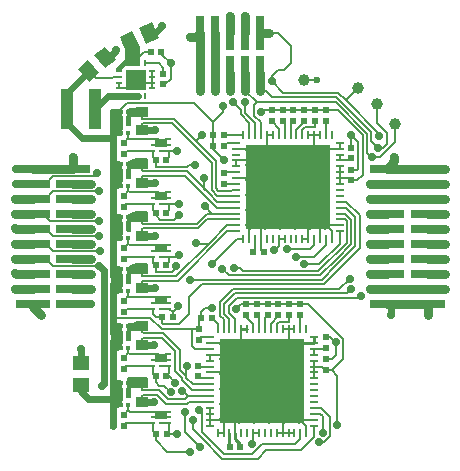
<source format=gtl>
G04 #@! TF.GenerationSoftware,KiCad,Pcbnew,no-vcs-found-d3b382c~59~ubuntu16.04.1*
G04 #@! TF.CreationDate,2017-07-27T00:58:42+01:00*
G04 #@! TF.ProjectId,DCDC-3V,444344432D33562E6B696361645F7063,1*
G04 #@! TF.SameCoordinates,Original
G04 #@! TF.FileFunction,Copper,L1,Top,Signal*
G04 #@! TF.FilePolarity,Positive*
%FSLAX46Y46*%
G04 Gerber Fmt 4.6, Leading zero omitted, Abs format (unit mm)*
G04 Created by KiCad (PCBNEW no-vcs-found-d3b382c~59~ubuntu16.04.1) date Thu Jul 27 00:58:42 2017*
%MOMM*%
%LPD*%
G01*
G04 APERTURE LIST*
%ADD10R,7.150000X7.150000*%
%ADD11C,0.800000*%
%ADD12R,0.250000X0.700000*%
%ADD13R,0.700000X0.250000*%
%ADD14R,0.300000X0.250000*%
%ADD15R,0.620000X0.200000*%
%ADD16R,1.100000X0.670000*%
%ADD17R,0.980000X3.400000*%
%ADD18R,0.740000X2.920000*%
%ADD19R,2.920000X0.740000*%
%ADD20R,0.620000X0.620000*%
%ADD21R,0.400000X0.850000*%
%ADD22R,0.400000X0.455000*%
%ADD23R,1.050000X1.100000*%
%ADD24R,1.000000X0.950000*%
%ADD25C,1.150000*%
%ADD26C,0.100000*%
%ADD27R,0.250000X0.600000*%
%ADD28R,0.600000X0.250000*%
%ADD29C,0.300000*%
%ADD30R,1.700000X1.700000*%
%ADD31R,1.450000X1.150000*%
%ADD32C,1.000000*%
%ADD33C,0.700000*%
%ADD34C,0.600000*%
%ADD35C,0.600000*%
%ADD36C,0.200000*%
%ADD37C,0.250000*%
%ADD38C,0.740000*%
%ADD39C,0.400000*%
G04 APERTURE END LIST*
D10*
X102680000Y-112295000D03*
D11*
X99505000Y-109120000D03*
X99505000Y-110390000D03*
X99505000Y-111660000D03*
X99505000Y-112930000D03*
X99505000Y-114200000D03*
X99505000Y-115470000D03*
X100775000Y-109120000D03*
X100775000Y-110390000D03*
X100775000Y-111660000D03*
X100775000Y-112930000D03*
X100775000Y-114200000D03*
X100775000Y-115470000D03*
X102045000Y-109120000D03*
X102045000Y-110390000D03*
X102045000Y-111660000D03*
X102045000Y-112930000D03*
X102045000Y-114200000D03*
X102045000Y-115470000D03*
X103315000Y-109120000D03*
X103315000Y-110390000D03*
X103315000Y-111660000D03*
X103315000Y-112930000D03*
X103315000Y-114200000D03*
X103315000Y-115470000D03*
X104585000Y-109120000D03*
X104585000Y-110390000D03*
X104585000Y-111660000D03*
X104585000Y-112930000D03*
X104585000Y-114200000D03*
X104585000Y-115470000D03*
X105855000Y-109120000D03*
X105855000Y-110390000D03*
X105855000Y-111660000D03*
X105855000Y-112930000D03*
X105855000Y-114200000D03*
X105855000Y-115470000D03*
D12*
X106430000Y-116695000D03*
X105930000Y-116695000D03*
X105430000Y-116695000D03*
X104930000Y-116695000D03*
X104430000Y-116695000D03*
X103930000Y-116695000D03*
X103430000Y-116695000D03*
X102930000Y-116695000D03*
X102430000Y-116695000D03*
X101930000Y-116695000D03*
X101430000Y-116695000D03*
X100930000Y-116695000D03*
X100430000Y-116695000D03*
X99930000Y-116695000D03*
X99430000Y-116695000D03*
X98930000Y-116695000D03*
D13*
X98280000Y-116045000D03*
X98280000Y-115545000D03*
X98280000Y-115045000D03*
X98280000Y-114545000D03*
X98280000Y-114045000D03*
X98280000Y-113545000D03*
X98280000Y-113045000D03*
X98280000Y-112545000D03*
X98280000Y-112045000D03*
X98280000Y-111545000D03*
X98280000Y-111045000D03*
X98280000Y-110545000D03*
X98280000Y-110045000D03*
X98280000Y-109545000D03*
X98280000Y-109045000D03*
X98280000Y-108545000D03*
D12*
X98930000Y-107895000D03*
X99430000Y-107895000D03*
X99930000Y-107895000D03*
X100430000Y-107895000D03*
X100930000Y-107895000D03*
X101430000Y-107895000D03*
X101930000Y-107895000D03*
X102430000Y-107895000D03*
X102930000Y-107895000D03*
X103430000Y-107895000D03*
X103930000Y-107895000D03*
X104430000Y-107895000D03*
X104930000Y-107895000D03*
X105430000Y-107895000D03*
X105930000Y-107895000D03*
X106430000Y-107895000D03*
D13*
X107080000Y-108545000D03*
X107080000Y-109045000D03*
X107080000Y-109545000D03*
X107080000Y-110045000D03*
X107080000Y-110545000D03*
X107080000Y-111045000D03*
X107080000Y-111545000D03*
X107080000Y-112045000D03*
X107080000Y-112545000D03*
X107080000Y-113045000D03*
X107080000Y-113545000D03*
X107080000Y-114045000D03*
X107080000Y-114545000D03*
X107080000Y-115045000D03*
X107080000Y-115545000D03*
X107080000Y-116045000D03*
D10*
X104850000Y-95840000D03*
D11*
X101675000Y-92665000D03*
X101675000Y-93935000D03*
X101675000Y-95205000D03*
X101675000Y-96475000D03*
X101675000Y-97745000D03*
X101675000Y-99015000D03*
X102945000Y-92665000D03*
X102945000Y-93935000D03*
X102945000Y-95205000D03*
X102945000Y-96475000D03*
X102945000Y-97745000D03*
X102945000Y-99015000D03*
X104215000Y-92665000D03*
X104215000Y-93935000D03*
X104215000Y-95205000D03*
X104215000Y-96475000D03*
X104215000Y-97745000D03*
X104215000Y-99015000D03*
X105485000Y-92665000D03*
X105485000Y-93935000D03*
X105485000Y-95205000D03*
X105485000Y-96475000D03*
X105485000Y-97745000D03*
X105485000Y-99015000D03*
X106755000Y-92665000D03*
X106755000Y-93935000D03*
X106755000Y-95205000D03*
X106755000Y-96475000D03*
X106755000Y-97745000D03*
X106755000Y-99015000D03*
X108025000Y-92665000D03*
X108025000Y-93935000D03*
X108025000Y-95205000D03*
X108025000Y-96475000D03*
X108025000Y-97745000D03*
X108025000Y-99015000D03*
D12*
X108600000Y-100240000D03*
X108100000Y-100240000D03*
X107600000Y-100240000D03*
X107100000Y-100240000D03*
X106600000Y-100240000D03*
X106100000Y-100240000D03*
X105600000Y-100240000D03*
X105100000Y-100240000D03*
X104600000Y-100240000D03*
X104100000Y-100240000D03*
X103600000Y-100240000D03*
X103100000Y-100240000D03*
X102600000Y-100240000D03*
X102100000Y-100240000D03*
X101600000Y-100240000D03*
X101100000Y-100240000D03*
D13*
X100450000Y-99590000D03*
X100450000Y-99090000D03*
X100450000Y-98590000D03*
X100450000Y-98090000D03*
X100450000Y-97590000D03*
X100450000Y-97090000D03*
X100450000Y-96590000D03*
X100450000Y-96090000D03*
X100450000Y-95590000D03*
X100450000Y-95090000D03*
X100450000Y-94590000D03*
X100450000Y-94090000D03*
X100450000Y-93590000D03*
X100450000Y-93090000D03*
X100450000Y-92590000D03*
X100450000Y-92090000D03*
D12*
X101100000Y-91440000D03*
X101600000Y-91440000D03*
X102100000Y-91440000D03*
X102600000Y-91440000D03*
X103100000Y-91440000D03*
X103600000Y-91440000D03*
X104100000Y-91440000D03*
X104600000Y-91440000D03*
X105100000Y-91440000D03*
X105600000Y-91440000D03*
X106100000Y-91440000D03*
X106600000Y-91440000D03*
X107100000Y-91440000D03*
X107600000Y-91440000D03*
X108100000Y-91440000D03*
X108600000Y-91440000D03*
D13*
X109250000Y-92090000D03*
X109250000Y-92590000D03*
X109250000Y-93090000D03*
X109250000Y-93590000D03*
X109250000Y-94090000D03*
X109250000Y-94590000D03*
X109250000Y-95090000D03*
X109250000Y-95590000D03*
X109250000Y-96090000D03*
X109250000Y-96590000D03*
X109250000Y-97090000D03*
X109250000Y-97590000D03*
X109250000Y-98090000D03*
X109250000Y-98590000D03*
X109250000Y-99090000D03*
X109250000Y-99590000D03*
D14*
X94850000Y-105150000D03*
X94850000Y-105650000D03*
X94850000Y-106150000D03*
D15*
X94210000Y-106150000D03*
D16*
X94150000Y-105440000D03*
D14*
X93450000Y-105150000D03*
X93450000Y-105650000D03*
X93450000Y-106150000D03*
X94850000Y-91800000D03*
X94850000Y-92300000D03*
X94850000Y-92800000D03*
D15*
X94210000Y-92800000D03*
D16*
X94150000Y-92090000D03*
D14*
X93450000Y-91800000D03*
X93450000Y-92300000D03*
X93450000Y-92800000D03*
D17*
X86190000Y-89250000D03*
X88560000Y-89250000D03*
D18*
X97460000Y-86215000D03*
X97460000Y-82785000D03*
X98730000Y-86215000D03*
X98730000Y-82785000D03*
X100000000Y-86215000D03*
X100000000Y-82785000D03*
X101270000Y-86215000D03*
X101270000Y-82785000D03*
X102540000Y-86215000D03*
X102540000Y-82785000D03*
D19*
X113285000Y-94285000D03*
X116715000Y-94285000D03*
X113285000Y-95555000D03*
X116715000Y-95555000D03*
X113285000Y-96825000D03*
X116715000Y-96825000D03*
X113285000Y-98095000D03*
X116715000Y-98095000D03*
X113285000Y-99365000D03*
X116715000Y-99365000D03*
X113285000Y-100635000D03*
X116715000Y-100635000D03*
X113285000Y-101905000D03*
X116715000Y-101905000D03*
X113285000Y-103175000D03*
X116715000Y-103175000D03*
X113285000Y-104445000D03*
X116715000Y-104445000D03*
X113285000Y-105715000D03*
X116715000Y-105715000D03*
X83285000Y-94285000D03*
X86715000Y-94285000D03*
X83285000Y-95555000D03*
X86715000Y-95555000D03*
X83285000Y-96825000D03*
X86715000Y-96825000D03*
X83285000Y-98095000D03*
X86715000Y-98095000D03*
X83285000Y-99365000D03*
X86715000Y-99365000D03*
X83285000Y-100635000D03*
X86715000Y-100635000D03*
X83285000Y-101905000D03*
X86715000Y-101905000D03*
X83285000Y-103175000D03*
X86715000Y-103175000D03*
X83285000Y-104445000D03*
X86715000Y-104445000D03*
X83285000Y-105715000D03*
X86715000Y-105715000D03*
D20*
X108075000Y-111325000D03*
X108075000Y-110425000D03*
X99950000Y-117850000D03*
X100850000Y-117850000D03*
X108075000Y-108550000D03*
X108075000Y-109450000D03*
X97225000Y-111875000D03*
X97225000Y-110975000D03*
X102225000Y-106675000D03*
X102225000Y-105775000D03*
X97325000Y-108775000D03*
X97325000Y-107875000D03*
X104075000Y-105775000D03*
X104075000Y-106675000D03*
X97525000Y-106925000D03*
X98425000Y-106925000D03*
X105000000Y-105775000D03*
X105000000Y-106675000D03*
X103150000Y-105775000D03*
X103150000Y-106675000D03*
X101300000Y-105775000D03*
X101300000Y-106675000D03*
X90975000Y-93050000D03*
X90075000Y-93050000D03*
X90975000Y-97500000D03*
X90075000Y-97500000D03*
X90975000Y-101950000D03*
X90075000Y-101950000D03*
X90975000Y-106400000D03*
X90075000Y-106400000D03*
X90075000Y-92125000D03*
X90975000Y-92125000D03*
X90075000Y-96575000D03*
X90975000Y-96575000D03*
X90075000Y-101025000D03*
X90975000Y-101025000D03*
X90075000Y-105475000D03*
X90975000Y-105475000D03*
D21*
X91375000Y-90279000D03*
D22*
X91375000Y-89452500D03*
X91375000Y-91297500D03*
X90725000Y-89452500D03*
X90075000Y-89452500D03*
X90075000Y-91297500D03*
D23*
X90400000Y-90375000D03*
D22*
X90725000Y-91297500D03*
D24*
X92525000Y-89450000D03*
X92525000Y-91050000D03*
X92525000Y-93900000D03*
X92525000Y-95500000D03*
X92525000Y-99950000D03*
X92525000Y-98350000D03*
X92525000Y-104400000D03*
X92525000Y-102800000D03*
D21*
X91375000Y-94725000D03*
D22*
X91375000Y-93898500D03*
X91375000Y-95743500D03*
X90725000Y-93898500D03*
X90075000Y-93898500D03*
X90075000Y-95743500D03*
D23*
X90400000Y-94821000D03*
D22*
X90725000Y-95743500D03*
X90725000Y-100193500D03*
D23*
X90400000Y-99271000D03*
D22*
X90075000Y-100193500D03*
X90075000Y-98348500D03*
X90725000Y-98348500D03*
X91375000Y-100193500D03*
X91375000Y-98348500D03*
D21*
X91375000Y-99175000D03*
X91375000Y-103629000D03*
D22*
X91375000Y-102802500D03*
X91375000Y-104647500D03*
X90725000Y-102802500D03*
X90075000Y-102802500D03*
X90075000Y-104647500D03*
D23*
X90400000Y-103725000D03*
D22*
X90725000Y-104647500D03*
D25*
X91484323Y-83555356D03*
D26*
G36*
X91269594Y-84455435D02*
X90656798Y-83141288D01*
X91699052Y-82655277D01*
X92311848Y-83969424D01*
X91269594Y-84455435D01*
X91269594Y-84455435D01*
G37*
D25*
X93115677Y-82794644D03*
D26*
G36*
X92900948Y-83694723D02*
X92288152Y-82380576D01*
X93330406Y-81894565D01*
X93943202Y-83208712D01*
X92900948Y-83694723D01*
X92900948Y-83694723D01*
G37*
D20*
X94150000Y-84400000D03*
X93250000Y-84400000D03*
X94320000Y-86250000D03*
X94320000Y-87150000D03*
D25*
X89389440Y-84881491D03*
D26*
G36*
X89414985Y-85806476D02*
X88482943Y-84695712D01*
X89363895Y-83956506D01*
X90295937Y-85067270D01*
X89414985Y-85806476D01*
X89414985Y-85806476D01*
G37*
D25*
X88010560Y-86038509D03*
D26*
G36*
X88036105Y-86963494D02*
X87104063Y-85852730D01*
X87985015Y-85113524D01*
X88917057Y-86224288D01*
X88036105Y-86963494D01*
X88036105Y-86963494D01*
G37*
D20*
X102825000Y-101375000D03*
X101925000Y-101375000D03*
X110250000Y-92500000D03*
X110250000Y-93400000D03*
D27*
X91249999Y-88149999D03*
X91750000Y-88149999D03*
X92250000Y-88149999D03*
X92750001Y-88149999D03*
D28*
X93400000Y-87500000D03*
X93400000Y-86999999D03*
X93400000Y-86499999D03*
X93400000Y-85999998D03*
D27*
X92750001Y-85349999D03*
X92250000Y-85349999D03*
X91750000Y-85349999D03*
X91249999Y-85349999D03*
D28*
X90600000Y-85999998D03*
X90600000Y-86499999D03*
X90600000Y-86999999D03*
X90600000Y-87500000D03*
D29*
X91400000Y-87349999D03*
X92600000Y-87349999D03*
X91400000Y-86149999D03*
X92600000Y-86149999D03*
D30*
X92000000Y-86749999D03*
D20*
X105925000Y-105775000D03*
X105925000Y-106675000D03*
X110250000Y-94375000D03*
X110250000Y-95275000D03*
X99450000Y-94650000D03*
X99450000Y-95550000D03*
D22*
X90725000Y-109470000D03*
D23*
X90400000Y-108547500D03*
D22*
X90075000Y-109470000D03*
X90075000Y-107625000D03*
X90725000Y-107625000D03*
X91375000Y-109470000D03*
X91375000Y-107625000D03*
D21*
X91375000Y-108451500D03*
D22*
X90725000Y-114297500D03*
D23*
X90400000Y-113375000D03*
D22*
X90075000Y-114297500D03*
X90075000Y-112452500D03*
X90725000Y-112452500D03*
X91375000Y-114297500D03*
X91375000Y-112452500D03*
D21*
X91375000Y-113279000D03*
D20*
X104425000Y-89325000D03*
X104425000Y-90225000D03*
X98550000Y-92350000D03*
X99450000Y-92350000D03*
X106275000Y-89325000D03*
X106275000Y-90225000D03*
X98550000Y-91425000D03*
X99450000Y-91425000D03*
X107200000Y-89325000D03*
X107200000Y-90225000D03*
X108125000Y-89325000D03*
X108125000Y-90225000D03*
X105350000Y-90225000D03*
X105350000Y-89325000D03*
X103500000Y-90225000D03*
X103500000Y-89325000D03*
X90075000Y-111225000D03*
X90975000Y-111225000D03*
X90075000Y-110300000D03*
X90975000Y-110300000D03*
D24*
X92525000Y-107625000D03*
X92525000Y-109225000D03*
D20*
X90975000Y-116050000D03*
X90075000Y-116050000D03*
X90975000Y-115125000D03*
X90075000Y-115125000D03*
D24*
X92525000Y-112450000D03*
X92525000Y-114050000D03*
D14*
X93450000Y-97285000D03*
X93450000Y-96785000D03*
X93450000Y-96285000D03*
D16*
X94150000Y-96575000D03*
D15*
X94210000Y-97285000D03*
D14*
X94850000Y-97285000D03*
X94850000Y-96785000D03*
X94850000Y-96285000D03*
X93450000Y-101725000D03*
X93450000Y-101225000D03*
X93450000Y-100725000D03*
D16*
X94150000Y-101015000D03*
D15*
X94210000Y-101725000D03*
D14*
X94850000Y-101725000D03*
X94850000Y-101225000D03*
X94850000Y-100725000D03*
X93450000Y-111000000D03*
X93450000Y-110500000D03*
X93450000Y-110000000D03*
D16*
X94150000Y-110290000D03*
D15*
X94210000Y-111000000D03*
D14*
X94850000Y-111000000D03*
X94850000Y-110500000D03*
X94850000Y-110000000D03*
X94850000Y-114850000D03*
X94850000Y-115350000D03*
X94850000Y-115850000D03*
D15*
X94210000Y-115850000D03*
D16*
X94150000Y-115140000D03*
D14*
X93450000Y-114850000D03*
X93450000Y-115350000D03*
X93450000Y-115850000D03*
D20*
X93675000Y-93550000D03*
X94575000Y-93550000D03*
X94575000Y-98025000D03*
X93675000Y-98025000D03*
X93675000Y-102475000D03*
X94575000Y-102475000D03*
X95125000Y-106875000D03*
X94225000Y-106875000D03*
X93675000Y-111875000D03*
X94575000Y-111875000D03*
X94600000Y-116775000D03*
X93700000Y-116775000D03*
D31*
X87350000Y-112575000D03*
X87350000Y-110775000D03*
D32*
X113950000Y-90475000D03*
X112425000Y-88825000D03*
X110825000Y-87425000D03*
X106250000Y-86775000D03*
D33*
X87350000Y-109575000D03*
D34*
X107300000Y-86750000D03*
D33*
X95300000Y-112400000D03*
X95450000Y-116775000D03*
X95600000Y-105950000D03*
X95675000Y-101575000D03*
X95650000Y-97250000D03*
X95500000Y-92800000D03*
X110250000Y-91475000D03*
X90310000Y-84280000D03*
X94970000Y-85370000D03*
X94210000Y-82220000D03*
X108925000Y-109000000D03*
X113900000Y-93300000D03*
X116700000Y-106700000D03*
X84000000Y-106700000D03*
X113640000Y-106660000D03*
X118180000Y-94290000D03*
X86700000Y-93300000D03*
X88180000Y-105720000D03*
X81820000Y-94290000D03*
X100000000Y-81320000D03*
X101270000Y-81320000D03*
X91800000Y-84610000D03*
X96575000Y-83150000D03*
X97450000Y-87700000D03*
X88180000Y-95550000D03*
X93625000Y-95525000D03*
X88925000Y-96200000D03*
X81800000Y-96850000D03*
X88180000Y-96830000D03*
X93625000Y-99975000D03*
X88925000Y-98725000D03*
X81800000Y-98100000D03*
X93625000Y-104400000D03*
X88925000Y-100000000D03*
X81800000Y-99350000D03*
X88165000Y-99365000D03*
X93550000Y-109225000D03*
X88959990Y-101265010D03*
X81800000Y-100650000D03*
X88185000Y-100635000D03*
X88175000Y-103175000D03*
X81800000Y-104450000D03*
X88200000Y-104450000D03*
X88180000Y-98100000D03*
X98730000Y-87680000D03*
X98475000Y-106050000D03*
X100475000Y-106175000D03*
X99500000Y-93550000D03*
X99375000Y-89000000D03*
X102625000Y-89500000D03*
X103725000Y-101200000D03*
X109075000Y-116000000D03*
X101800000Y-117625000D03*
X111820000Y-95550000D03*
X118180000Y-95560000D03*
X111820000Y-96830000D03*
X118180000Y-96830000D03*
X111820000Y-98090000D03*
X118180000Y-98090000D03*
X118180000Y-99360000D03*
X118180000Y-100630000D03*
X111820000Y-101900000D03*
X118180000Y-101900000D03*
X111820000Y-103180000D03*
X118180000Y-103180000D03*
X111820000Y-104440000D03*
X118180000Y-104440000D03*
X111820000Y-99360000D03*
X111820000Y-100640000D03*
X93650000Y-91050000D03*
X88700000Y-94675000D03*
X81820000Y-95560000D03*
X88200000Y-101900000D03*
X111025000Y-105075000D03*
X111975000Y-93325000D03*
X101270000Y-87690000D03*
X110250000Y-104500000D03*
X112475000Y-92500000D03*
X101250000Y-88650000D03*
X102540000Y-87690000D03*
X112625000Y-91525000D03*
X110100000Y-103625000D03*
X100250000Y-88650000D03*
X103525000Y-86900000D03*
X103300000Y-82800000D03*
X106250000Y-102350000D03*
X97600000Y-91475000D03*
X100300000Y-102700000D03*
X96975000Y-94000000D03*
X95650000Y-98200000D03*
X99325000Y-102750000D03*
X96600000Y-103680021D03*
X95425000Y-102500000D03*
X105525000Y-101725000D03*
X97800000Y-95100000D03*
X97825000Y-97450000D03*
X104825000Y-101100000D03*
X98450000Y-102350000D03*
X97100000Y-100550000D03*
X100000000Y-87680000D03*
X96850000Y-115575000D03*
X96375000Y-111025000D03*
X97450000Y-117850000D03*
X96175000Y-114875000D03*
X94955901Y-113209099D03*
X107825000Y-116650000D03*
X107475648Y-117455025D03*
X96550000Y-118250000D03*
X97325000Y-114725000D03*
X95950000Y-113100000D03*
X89125000Y-112700000D03*
X93575000Y-114075000D03*
X88925000Y-102550000D03*
X81800000Y-101900000D03*
X81800000Y-103150000D03*
D35*
X87350000Y-110775000D02*
X87350000Y-109575000D01*
D36*
X106250000Y-86775000D02*
X107275000Y-86775000D01*
X107275000Y-86775000D02*
X107300000Y-86750000D01*
X94575000Y-111875000D02*
X94775000Y-111875000D01*
X94775000Y-111875000D02*
X95300000Y-112400000D01*
X94850000Y-111000000D02*
X94850000Y-111600000D01*
X94850000Y-111600000D02*
X94575000Y-111875000D01*
X94210000Y-111000000D02*
X94850000Y-111000000D01*
X94600000Y-116775000D02*
X95450000Y-116775000D01*
X94850000Y-115850000D02*
X94850000Y-116525000D01*
X94850000Y-116525000D02*
X94600000Y-116775000D01*
X94210000Y-115850000D02*
X94850000Y-115850000D01*
X95125000Y-106425000D02*
X95600000Y-105950000D01*
X95125000Y-106875000D02*
X95125000Y-106425000D01*
X95125000Y-106425000D02*
X94850000Y-106150000D01*
X94210000Y-106150000D02*
X94850000Y-106150000D01*
X94850000Y-101725000D02*
X95525000Y-101725000D01*
X95525000Y-101725000D02*
X95675000Y-101575000D01*
X94850000Y-101725000D02*
X94850000Y-102200000D01*
X94850000Y-102200000D02*
X94575000Y-102475000D01*
X94850000Y-97285000D02*
X95615000Y-97285000D01*
X95615000Y-97285000D02*
X95650000Y-97250000D01*
X94210000Y-101725000D02*
X94850000Y-101725000D01*
X94850000Y-97285000D02*
X94850000Y-97750000D01*
X94850000Y-97750000D02*
X94575000Y-98025000D01*
X94850000Y-92800000D02*
X94850000Y-93275000D01*
X94850000Y-93275000D02*
X94575000Y-93550000D01*
X94210000Y-97285000D02*
X94850000Y-97285000D01*
X94850000Y-92800000D02*
X95500000Y-92800000D01*
X94210000Y-92800000D02*
X94850000Y-92800000D01*
X110820001Y-94314999D02*
X110820001Y-92045001D01*
X110250000Y-91475000D02*
X110820001Y-92045001D01*
X110250000Y-92500000D02*
X110250000Y-91475000D01*
D35*
X89389440Y-84881491D02*
X89708509Y-84881491D01*
X89708509Y-84881491D02*
X90310000Y-84280000D01*
D36*
X94320000Y-87150000D02*
X94508002Y-87150000D01*
X94508002Y-87150000D02*
X94970000Y-86688002D01*
X94970000Y-86688002D02*
X94970000Y-85370000D01*
X94150000Y-84400000D02*
X94150000Y-84550000D01*
X94150000Y-84550000D02*
X94970000Y-85370000D01*
X93400000Y-86999999D02*
X92250000Y-86999999D01*
X92250000Y-86999999D02*
X92000000Y-86749999D01*
X93400000Y-86999999D02*
X93400000Y-87500000D01*
X93400000Y-86499999D02*
X93400000Y-86999999D01*
X93400000Y-85999998D02*
X93400000Y-86499999D01*
X90600000Y-87500000D02*
X91249999Y-87500000D01*
X91249999Y-87500000D02*
X91400000Y-87349999D01*
X90600000Y-86999999D02*
X90600000Y-87500000D01*
D35*
X93115677Y-82794644D02*
X93635356Y-82794644D01*
X93635356Y-82794644D02*
X94210000Y-82220000D01*
D36*
X110250000Y-94375000D02*
X110760000Y-94375000D01*
X110760000Y-94375000D02*
X110820001Y-94314999D01*
X100450000Y-93590000D02*
X101370000Y-93590000D01*
X101370000Y-93590000D02*
X101775000Y-93995000D01*
X100450000Y-93590000D02*
X100450000Y-94090000D01*
X100450000Y-92590000D02*
X101600000Y-92590000D01*
X101600000Y-92590000D02*
X101775000Y-92765000D01*
X103100000Y-91440000D02*
X103600000Y-91440000D01*
X103100000Y-91440000D02*
X103100000Y-92670000D01*
X103100000Y-92670000D02*
X103005000Y-92765000D01*
X107100000Y-91440000D02*
X107100000Y-92360000D01*
X107100000Y-92360000D02*
X106695000Y-92765000D01*
X107100000Y-91440000D02*
X107600000Y-91440000D01*
X106600000Y-91440000D02*
X107100000Y-91440000D01*
X109250000Y-92090000D02*
X109250000Y-92590000D01*
X109250000Y-92590000D02*
X108100000Y-92590000D01*
X108100000Y-92590000D02*
X107925000Y-92765000D01*
X109250000Y-99090000D02*
X108100000Y-99090000D01*
X108100000Y-99090000D02*
X107925000Y-98915000D01*
X108600000Y-100240000D02*
X108600000Y-99590000D01*
X108600000Y-99590000D02*
X107925000Y-98915000D01*
X107600000Y-100240000D02*
X107600000Y-99240000D01*
X107600000Y-99240000D02*
X107925000Y-98915000D01*
X106600000Y-100240000D02*
X106600000Y-99010000D01*
X106600000Y-99010000D02*
X106695000Y-98915000D01*
X106100000Y-100240000D02*
X106600000Y-100240000D01*
X102600000Y-100240000D02*
X102600000Y-99320000D01*
X102600000Y-99320000D02*
X103005000Y-98915000D01*
X102600000Y-100240000D02*
X102600000Y-101150000D01*
X102600000Y-101150000D02*
X102825000Y-101375000D01*
X101600000Y-100240000D02*
X101600000Y-99090000D01*
X101600000Y-99090000D02*
X101775000Y-98915000D01*
X100450000Y-95090000D02*
X101640000Y-95090000D01*
X101640000Y-95090000D02*
X101775000Y-95225000D01*
X104930000Y-116695000D02*
X104430000Y-116695000D01*
X98280000Y-109045000D02*
X99430000Y-109045000D01*
X99430000Y-109045000D02*
X99605000Y-109220000D01*
X98280000Y-115545000D02*
X99430000Y-115545000D01*
X99430000Y-115545000D02*
X99605000Y-115370000D01*
X98280000Y-115045000D02*
X98280000Y-114545000D01*
X98280000Y-115545000D02*
X98280000Y-115045000D01*
X98280000Y-116045000D02*
X98280000Y-115545000D01*
X98930000Y-116695000D02*
X99430000Y-116695000D01*
X107080000Y-115545000D02*
X105930000Y-115545000D01*
X105930000Y-115545000D02*
X105755000Y-115370000D01*
X106430000Y-116695000D02*
X106430000Y-116045000D01*
X106430000Y-116045000D02*
X105755000Y-115370000D01*
X104930000Y-116695000D02*
X105430000Y-116695000D01*
X108075000Y-110425000D02*
X108585000Y-110425000D01*
X108585000Y-110425000D02*
X108925000Y-110085000D01*
X108925000Y-110085000D02*
X108925000Y-109000000D01*
X108075000Y-108550000D02*
X108475000Y-108550000D01*
X108475000Y-108550000D02*
X108925000Y-109000000D01*
D37*
X100430000Y-116695000D02*
X100430000Y-117196998D01*
X100430000Y-117196998D02*
X100850000Y-117616998D01*
X100850000Y-117616998D02*
X100850000Y-117850000D01*
X101430000Y-107895000D02*
X100930000Y-107895000D01*
X107080000Y-109045000D02*
X105930000Y-109045000D01*
X105930000Y-109045000D02*
X105755000Y-109220000D01*
X107080000Y-109045000D02*
X107080000Y-108545000D01*
D36*
X104430000Y-116695000D02*
X104430000Y-115465000D01*
X104430000Y-115465000D02*
X104525000Y-115370000D01*
X103930000Y-116695000D02*
X104430000Y-116695000D01*
X99430000Y-116695000D02*
X99430000Y-115545000D01*
X100430000Y-116695000D02*
X100430000Y-115775000D01*
X100430000Y-115775000D02*
X100835000Y-115370000D01*
X98280000Y-111545000D02*
X99470000Y-111545000D01*
X99470000Y-111545000D02*
X99605000Y-111680000D01*
X98280000Y-110045000D02*
X99200000Y-110045000D01*
X99200000Y-110045000D02*
X99605000Y-110450000D01*
X98280000Y-110045000D02*
X98280000Y-110545000D01*
X100930000Y-107895000D02*
X100930000Y-109125000D01*
X100930000Y-109125000D02*
X100835000Y-109220000D01*
X104930000Y-107895000D02*
X104930000Y-108815000D01*
X104930000Y-108815000D02*
X104525000Y-109220000D01*
X104930000Y-107895000D02*
X105430000Y-107895000D01*
X104430000Y-107895000D02*
X104930000Y-107895000D01*
D38*
X83285000Y-105715000D02*
X83285000Y-105985000D01*
X83285000Y-105985000D02*
X84000000Y-106700000D01*
X113900000Y-93300000D02*
X113900000Y-93670000D01*
X113900000Y-93670000D02*
X113285000Y-94285000D01*
X116715000Y-105715000D02*
X116715000Y-106685000D01*
X116715000Y-106685000D02*
X116700000Y-106700000D01*
X83285000Y-94285000D02*
X86715000Y-94285000D01*
X113285000Y-94285000D02*
X116715000Y-94285000D01*
X113285000Y-105715000D02*
X116715000Y-105715000D01*
D35*
X113640000Y-106660000D02*
X113640000Y-106070000D01*
X113640000Y-106070000D02*
X113285000Y-105715000D01*
D38*
X118180000Y-94290000D02*
X116720000Y-94290000D01*
X116720000Y-94290000D02*
X116715000Y-94285000D01*
X86715000Y-94285000D02*
X86715000Y-93315000D01*
X86715000Y-93315000D02*
X86700000Y-93300000D01*
D39*
X88175000Y-105715000D02*
X88180000Y-105720000D01*
X81820000Y-94290000D02*
X83280000Y-94290000D01*
X83280000Y-94290000D02*
X83285000Y-94285000D01*
D38*
X100000000Y-81320000D02*
X100000000Y-82785000D01*
X101270000Y-82785000D02*
X101270000Y-81320000D01*
D36*
X98280000Y-116070000D02*
X98280000Y-116045000D01*
D37*
X99930000Y-116695000D02*
X99930000Y-117830000D01*
X99930000Y-117830000D02*
X99950000Y-117850000D01*
D36*
X107080000Y-109545000D02*
X107980000Y-109545000D01*
X107980000Y-109545000D02*
X108075000Y-109450000D01*
X107080000Y-110045000D02*
X107080000Y-109545000D01*
D35*
X91484323Y-83555356D02*
X91484323Y-84294323D01*
X91484323Y-84294323D02*
X91800000Y-84610000D01*
D36*
X92250000Y-85349999D02*
X92250000Y-84849999D01*
X92250000Y-84849999D02*
X92699999Y-84400000D01*
X92699999Y-84400000D02*
X93250000Y-84400000D01*
X91750000Y-85349999D02*
X92250000Y-85349999D01*
X91249999Y-85349999D02*
X91750000Y-85349999D01*
X90600000Y-85999998D02*
X91249999Y-85349999D01*
D38*
X96575000Y-83150000D02*
X97095000Y-83150000D01*
X97095000Y-83150000D02*
X97460000Y-82785000D01*
X97460000Y-86215000D02*
X97460000Y-87690000D01*
X97460000Y-87690000D02*
X97450000Y-87700000D01*
X97460000Y-82785000D02*
X97460000Y-86215000D01*
D36*
X98930000Y-107895000D02*
X98930000Y-107430000D01*
X98930000Y-107430000D02*
X98425000Y-106925000D01*
D38*
X88180000Y-95550000D02*
X86720000Y-95550000D01*
D39*
X86720000Y-95550000D02*
X86715000Y-95555000D01*
D36*
X98874606Y-97590000D02*
X100450000Y-97590000D01*
X92525000Y-95500000D02*
X92525000Y-94925000D01*
X92525000Y-94925000D02*
X92575000Y-94875000D01*
X92575000Y-94875000D02*
X96159606Y-94875000D01*
X96159606Y-94875000D02*
X98874606Y-97590000D01*
D35*
X93625000Y-95525000D02*
X92550000Y-95525000D01*
X92550000Y-95525000D02*
X92525000Y-95500000D01*
D36*
X83285000Y-96825000D02*
X84375000Y-96825000D01*
X84375000Y-96825000D02*
X85005010Y-96194990D01*
X85005010Y-96194990D02*
X88919990Y-96194990D01*
X88919990Y-96194990D02*
X88925000Y-96200000D01*
D38*
X83285000Y-96825000D02*
X81825000Y-96825000D01*
X81825000Y-96825000D02*
X81800000Y-96850000D01*
X86715000Y-96825000D02*
X88175000Y-96825000D01*
X88175000Y-96825000D02*
X88180000Y-96830000D01*
D36*
X92525000Y-99950000D02*
X92525000Y-99400000D01*
X92525000Y-99400000D02*
X92600000Y-99325000D01*
X92600000Y-99325000D02*
X97300000Y-99325000D01*
X97300000Y-99325000D02*
X98035000Y-98590000D01*
X98035000Y-98590000D02*
X100450000Y-98590000D01*
X84070000Y-98095000D02*
X84709990Y-98734990D01*
X84709990Y-98734990D02*
X88420036Y-98734990D01*
X88420036Y-98734990D02*
X88430026Y-98725000D01*
X88430026Y-98725000D02*
X88925000Y-98725000D01*
X83285000Y-98095000D02*
X84070000Y-98095000D01*
D35*
X93625000Y-99975000D02*
X92550000Y-99975000D01*
X92550000Y-99975000D02*
X92525000Y-99950000D01*
D38*
X83285000Y-98095000D02*
X81805000Y-98095000D01*
X81805000Y-98095000D02*
X81800000Y-98100000D01*
D36*
X92525000Y-104400000D02*
X92525000Y-103825000D01*
X95561933Y-103775000D02*
X99746933Y-99590000D01*
X92525000Y-103825000D02*
X92575000Y-103775000D01*
X92575000Y-103775000D02*
X95561933Y-103775000D01*
X99746933Y-99590000D02*
X100450000Y-99590000D01*
X100225000Y-99590000D02*
X100450000Y-99590000D01*
D35*
X93625000Y-104400000D02*
X92525000Y-104400000D01*
D36*
X83285000Y-99365000D02*
X84375000Y-99365000D01*
X84375000Y-99365000D02*
X85010000Y-100000000D01*
X85010000Y-100000000D02*
X88925000Y-100000000D01*
D38*
X83285000Y-99365000D02*
X81815000Y-99365000D01*
X81815000Y-99365000D02*
X81800000Y-99350000D01*
X86715000Y-99365000D02*
X88165000Y-99365000D01*
D36*
X98280000Y-113045000D02*
X96797802Y-113045000D01*
X96797802Y-113045000D02*
X95910001Y-112157199D01*
X95910001Y-112157199D02*
X95910001Y-112010001D01*
X95910001Y-112010001D02*
X95350000Y-111450000D01*
X95350000Y-111450000D02*
X95350000Y-109756998D01*
X95350000Y-109756998D02*
X94193002Y-108600000D01*
X94193002Y-108600000D02*
X92600000Y-108600000D01*
X92600000Y-108600000D02*
X92525000Y-108675000D01*
X92525000Y-108675000D02*
X92525000Y-109225000D01*
D35*
X93550000Y-109225000D02*
X92525000Y-109225000D01*
D36*
X83285000Y-100635000D02*
X84375000Y-100635000D01*
X84375000Y-100635000D02*
X85005010Y-101265010D01*
X85005010Y-101265010D02*
X88959990Y-101265010D01*
D38*
X83285000Y-100635000D02*
X81815000Y-100635000D01*
X81815000Y-100635000D02*
X81800000Y-100650000D01*
X86715000Y-100635000D02*
X88185000Y-100635000D01*
X86715000Y-103175000D02*
X88175000Y-103175000D01*
X81800000Y-104450000D02*
X83280000Y-104450000D01*
X83280000Y-104450000D02*
X83285000Y-104445000D01*
X86715000Y-104445000D02*
X88195000Y-104445000D01*
X88195000Y-104445000D02*
X88200000Y-104450000D01*
X88180000Y-98100000D02*
X86720000Y-98100000D01*
D39*
X86720000Y-98100000D02*
X86715000Y-98095000D01*
D38*
X98730000Y-82785000D02*
X98730000Y-86215000D01*
X98730000Y-86215000D02*
X98730000Y-87680000D01*
D35*
X87350000Y-112575000D02*
X87350000Y-113125000D01*
X90025000Y-113750000D02*
X90400000Y-113375000D01*
X87350000Y-113125000D02*
X87975000Y-113750000D01*
X87975000Y-113750000D02*
X90025000Y-113750000D01*
D36*
X96469980Y-107879980D02*
X96474960Y-107875000D01*
X96474960Y-107875000D02*
X97325000Y-107875000D01*
X96754999Y-107935001D02*
X96815000Y-107875000D01*
X96754999Y-109293001D02*
X96754999Y-107935001D01*
X94210849Y-107879980D02*
X96469980Y-107879980D01*
X96815000Y-107875000D02*
X97325000Y-107875000D01*
X90075000Y-106950000D02*
X90095001Y-106970001D01*
X90095001Y-106970001D02*
X91629999Y-106970001D01*
X91629999Y-106970001D02*
X91710001Y-106889999D01*
X91710001Y-106889999D02*
X93220868Y-106889999D01*
X93220868Y-106889999D02*
X94210849Y-107879980D01*
X98280000Y-109545000D02*
X97006998Y-109545000D01*
X97006998Y-109545000D02*
X96754999Y-109293001D01*
X98475000Y-106050000D02*
X97890000Y-106050000D01*
X97890000Y-106050000D02*
X97525000Y-106415000D01*
X97525000Y-106415000D02*
X97525000Y-106925000D01*
X97325000Y-107875000D02*
X97325000Y-107125000D01*
X97325000Y-107125000D02*
X97525000Y-106925000D01*
X90725000Y-89452500D02*
X90725000Y-89206998D01*
X90725000Y-89206998D02*
X91216999Y-88714999D01*
X91216999Y-88714999D02*
X96945025Y-88714999D01*
X96945025Y-88714999D02*
X98550000Y-90319974D01*
X101300000Y-105775000D02*
X100875000Y-105775000D01*
X100875000Y-105775000D02*
X100475000Y-106175000D01*
X98550000Y-92350000D02*
X98550000Y-92600000D01*
X98550000Y-92600000D02*
X99500000Y-93550000D01*
X99375000Y-89000000D02*
X99375000Y-89494974D01*
X99375000Y-89494974D02*
X98550000Y-90319974D01*
X98550000Y-90319974D02*
X98550000Y-91425000D01*
X103500000Y-89325000D02*
X102800000Y-89325000D01*
X102800000Y-89325000D02*
X102625000Y-89500000D01*
X104100000Y-100240000D02*
X104100000Y-100825000D01*
X104100000Y-100825000D02*
X103725000Y-101200000D01*
X98550000Y-92350000D02*
X98550000Y-91425000D01*
X90600000Y-86499999D02*
X90100000Y-86499999D01*
X90100000Y-86499999D02*
X89976170Y-86623829D01*
X89976170Y-86623829D02*
X88595880Y-86623829D01*
X88595880Y-86623829D02*
X88010560Y-86038509D01*
D35*
X86190000Y-89250000D02*
X86190000Y-87859069D01*
X86190000Y-87859069D02*
X88010560Y-86038509D01*
X90075000Y-92125000D02*
X90075000Y-91675000D01*
X90075000Y-91675000D02*
X90075000Y-90700000D01*
X86190000Y-89250000D02*
X86190000Y-90460000D01*
X86190000Y-90460000D02*
X87405000Y-91675000D01*
X87405000Y-91675000D02*
X90075000Y-91675000D01*
D36*
X109075000Y-116000000D02*
X109075000Y-111815000D01*
X109075000Y-111815000D02*
X108585000Y-111325000D01*
D35*
X90075000Y-101950000D02*
X90075000Y-103400000D01*
X90075000Y-103400000D02*
X90400000Y-103725000D01*
X90075000Y-97500000D02*
X90075000Y-98946000D01*
X90075000Y-98946000D02*
X90400000Y-99271000D01*
X90075000Y-93050000D02*
X90075000Y-94496000D01*
X90075000Y-94496000D02*
X90400000Y-94821000D01*
X90075000Y-106400000D02*
X90075000Y-106950000D01*
X90075000Y-106950000D02*
X90075000Y-108222500D01*
D36*
X101930000Y-116695000D02*
X101930000Y-117495000D01*
X101930000Y-117495000D02*
X101800000Y-117625000D01*
X107200000Y-89325000D02*
X108125000Y-89325000D01*
X106275000Y-89325000D02*
X107200000Y-89325000D01*
X105350000Y-89325000D02*
X106275000Y-89325000D01*
X104425000Y-89325000D02*
X105350000Y-89325000D01*
X103500000Y-89325000D02*
X104425000Y-89325000D01*
X111225000Y-94810000D02*
X111225000Y-91472198D01*
X111225000Y-91472198D02*
X109077802Y-89325000D01*
X109077802Y-89325000D02*
X108125000Y-89325000D01*
X110250000Y-95275000D02*
X110760000Y-95275000D01*
X110760000Y-95275000D02*
X111225000Y-94810000D01*
X109250000Y-95090000D02*
X110065000Y-95090000D01*
X110065000Y-95090000D02*
X110250000Y-95275000D01*
X109250000Y-94590000D02*
X109250000Y-94090000D01*
X109250000Y-95090000D02*
X109250000Y-94590000D01*
X109250000Y-95590000D02*
X109250000Y-95090000D01*
X104100000Y-100240000D02*
X104600000Y-100240000D01*
X107080000Y-111545000D02*
X107080000Y-112045000D01*
X108075000Y-111325000D02*
X108585000Y-111325000D01*
X108585000Y-111325000D02*
X109535001Y-110374999D01*
X106602802Y-105775000D02*
X105925000Y-105775000D01*
X109535001Y-110374999D02*
X109535001Y-108707199D01*
X109535001Y-108707199D02*
X106602802Y-105775000D01*
X105000000Y-105775000D02*
X105925000Y-105775000D01*
X107080000Y-111045000D02*
X107795000Y-111045000D01*
X103150000Y-105775000D02*
X102225000Y-105775000D01*
X108075000Y-111325000D02*
X108194130Y-111325000D01*
X107795000Y-111045000D02*
X108075000Y-111325000D01*
X102225000Y-105775000D02*
X101300000Y-105775000D01*
X104075000Y-105775000D02*
X103150000Y-105775000D01*
X105000000Y-105775000D02*
X104075000Y-105775000D01*
X107080000Y-111045000D02*
X107080000Y-111545000D01*
X107080000Y-111045000D02*
X107080000Y-110545000D01*
D35*
X90075000Y-116050000D02*
X90075000Y-115125000D01*
X90075000Y-115125000D02*
X90075000Y-113700000D01*
X90075000Y-113700000D02*
X90400000Y-113375000D01*
X90075000Y-111225000D02*
X90075000Y-113050000D01*
X90075000Y-113050000D02*
X90400000Y-113375000D01*
X90075000Y-111225000D02*
X90075000Y-110300000D01*
X90075000Y-110300000D02*
X90075000Y-108872500D01*
X90075000Y-108872500D02*
X90400000Y-108547500D01*
X90075000Y-108222500D02*
X90400000Y-108547500D01*
X90075000Y-105475000D02*
X90075000Y-104050000D01*
X90075000Y-104050000D02*
X90400000Y-103725000D01*
X90075000Y-101025000D02*
X90075000Y-99596000D01*
X90075000Y-99596000D02*
X90400000Y-99271000D01*
X90075000Y-96575000D02*
X90075000Y-95146000D01*
X90075000Y-95146000D02*
X90400000Y-94821000D01*
X90075000Y-90700000D02*
X90400000Y-90375000D01*
D36*
X90400000Y-103725000D02*
X90400000Y-104322500D01*
X90400000Y-104322500D02*
X90075000Y-104647500D01*
X90400000Y-104322500D02*
X90725000Y-104647500D01*
X90400000Y-103725000D02*
X90400000Y-103127500D01*
X90400000Y-103127500D02*
X90075000Y-102802500D01*
X90400000Y-103127500D02*
X90725000Y-102802500D01*
X90400000Y-99271000D02*
X90400000Y-99868500D01*
X90400000Y-99868500D02*
X90725000Y-100193500D01*
X90400000Y-99868500D02*
X90075000Y-100193500D01*
X90400000Y-99271000D02*
X90400000Y-98673500D01*
X90400000Y-98673500D02*
X90075000Y-98348500D01*
X90400000Y-98673500D02*
X90725000Y-98348500D01*
X90400000Y-94821000D02*
X90400000Y-95418500D01*
X90400000Y-95418500D02*
X90075000Y-95743500D01*
X90400000Y-95418500D02*
X90725000Y-95743500D01*
X90400000Y-94821000D02*
X90400000Y-94223500D01*
X90400000Y-94223500D02*
X90075000Y-93898500D01*
X90400000Y-94223500D02*
X90725000Y-93898500D01*
X90400000Y-90375000D02*
X90400000Y-89777500D01*
X90400000Y-89777500D02*
X90075000Y-89452500D01*
X90400000Y-89777500D02*
X90725000Y-89452500D01*
X90400000Y-90375000D02*
X90400000Y-90972500D01*
X90400000Y-90972500D02*
X90075000Y-91297500D01*
X90400000Y-90972500D02*
X90725000Y-91297500D01*
D35*
X90075000Y-105475000D02*
X90075000Y-106400000D01*
X90075000Y-101025000D02*
X90075000Y-101950000D01*
X90075000Y-96575000D02*
X90075000Y-97500000D01*
X90075000Y-93050000D02*
X90075000Y-92125000D01*
D36*
X102430000Y-116695000D02*
X101930000Y-116695000D01*
D38*
X113285000Y-95555000D02*
X111825000Y-95555000D01*
X111825000Y-95555000D02*
X111820000Y-95550000D01*
X113285000Y-95555000D02*
X116715000Y-95555000D01*
X116715000Y-95555000D02*
X118175000Y-95555000D01*
X118175000Y-95555000D02*
X118180000Y-95560000D01*
X111820000Y-96830000D02*
X113280000Y-96830000D01*
X113280000Y-96830000D02*
X113285000Y-96825000D01*
X116715000Y-96825000D02*
X113285000Y-96825000D01*
X118180000Y-96830000D02*
X116720000Y-96830000D01*
X116720000Y-96830000D02*
X116715000Y-96825000D01*
X113285000Y-98095000D02*
X111825000Y-98095000D01*
X111825000Y-98095000D02*
X111820000Y-98090000D01*
X116715000Y-98095000D02*
X118175000Y-98095000D01*
X118175000Y-98095000D02*
X118180000Y-98090000D01*
X118180000Y-99360000D02*
X116720000Y-99360000D01*
X116720000Y-99360000D02*
X116715000Y-99365000D01*
X116715000Y-100635000D02*
X118175000Y-100635000D01*
X118175000Y-100635000D02*
X118180000Y-100630000D01*
X113285000Y-101905000D02*
X111825000Y-101905000D01*
X111825000Y-101905000D02*
X111820000Y-101900000D01*
X118180000Y-101900000D02*
X116720000Y-101900000D01*
X116720000Y-101900000D02*
X116715000Y-101905000D01*
X113285000Y-103175000D02*
X111825000Y-103175000D01*
X111825000Y-103175000D02*
X111820000Y-103180000D01*
X116715000Y-103175000D02*
X118175000Y-103175000D01*
X118175000Y-103175000D02*
X118180000Y-103180000D01*
X113285000Y-104445000D02*
X111825000Y-104445000D01*
X111825000Y-104445000D02*
X111820000Y-104440000D01*
X113285000Y-104445000D02*
X116715000Y-104445000D01*
X118180000Y-104440000D02*
X116720000Y-104440000D01*
X116720000Y-104440000D02*
X116715000Y-104445000D01*
X113285000Y-99365000D02*
X111825000Y-99365000D01*
X111825000Y-99365000D02*
X111820000Y-99360000D01*
X113285000Y-100635000D02*
X111825000Y-100635000D01*
X111825000Y-100635000D02*
X111820000Y-100640000D01*
D36*
X92525000Y-91050000D02*
X92525000Y-90525000D01*
X92525000Y-90525000D02*
X92625000Y-90425000D01*
X92625000Y-90425000D02*
X95050000Y-90425000D01*
X95050000Y-90425000D02*
X98414990Y-93789990D01*
X98414990Y-93789990D02*
X98414990Y-96112123D01*
X98414990Y-96112123D02*
X98892867Y-96590000D01*
X98892867Y-96590000D02*
X100450000Y-96590000D01*
D35*
X93650000Y-91050000D02*
X92525000Y-91050000D01*
D36*
X83285000Y-95555000D02*
X84375000Y-95555000D01*
X84375000Y-95555000D02*
X85010010Y-94919990D01*
X85010010Y-94919990D02*
X88455010Y-94919990D01*
X88455010Y-94919990D02*
X88700000Y-94675000D01*
D39*
X83285000Y-95555000D02*
X81825000Y-95555000D01*
X81825000Y-95555000D02*
X81820000Y-95560000D01*
D38*
X86715000Y-101905000D02*
X88195000Y-101905000D01*
X88195000Y-101905000D02*
X88200000Y-101900000D01*
D36*
X113950000Y-90475000D02*
X113950000Y-92029105D01*
X112469974Y-93325000D02*
X111975000Y-93325000D01*
X113950000Y-92029105D02*
X112654105Y-93325000D01*
X112654105Y-93325000D02*
X112469974Y-93325000D01*
X100542199Y-105204999D02*
X110895001Y-105204999D01*
X110895001Y-105204999D02*
X111025000Y-105075000D01*
X100430000Y-107895000D02*
X100430000Y-107032802D01*
X100430000Y-107032802D02*
X99864999Y-106467801D01*
X99864999Y-106467801D02*
X99864999Y-105882199D01*
X99864999Y-105882199D02*
X100542199Y-105204999D01*
X108911933Y-88650000D02*
X111585010Y-91323077D01*
X111975000Y-93325000D02*
X111585010Y-92935010D01*
X111585010Y-92935010D02*
X111585010Y-91323077D01*
X102600000Y-91440000D02*
X102600000Y-90377802D01*
X102600000Y-90377802D02*
X102014999Y-89792801D01*
X102014999Y-89792801D02*
X102014999Y-88865001D01*
X102014999Y-88865001D02*
X102230000Y-88650000D01*
X101270000Y-87690000D02*
X102230000Y-88650000D01*
X102230000Y-88650000D02*
X108911933Y-88650000D01*
D38*
X101270000Y-86215000D02*
X101270000Y-87690000D01*
D36*
X112425000Y-88825000D02*
X112425000Y-90422198D01*
X112425000Y-90422198D02*
X113235001Y-91232199D01*
X113235001Y-91232199D02*
X113235001Y-92234973D01*
X113235001Y-92234973D02*
X112969974Y-92500000D01*
X112969974Y-92500000D02*
X112475000Y-92500000D01*
X100393078Y-104844989D02*
X109905011Y-104844989D01*
X109905011Y-104844989D02*
X110250000Y-104500000D01*
X99930000Y-107895000D02*
X99930000Y-107041932D01*
X99930000Y-107041932D02*
X99504989Y-106616921D01*
X99504989Y-106616921D02*
X99504989Y-105733078D01*
X99504989Y-105733078D02*
X100393078Y-104844989D01*
X108971065Y-88200000D02*
X111945020Y-91173955D01*
X112475000Y-92500000D02*
X111945020Y-91970020D01*
X111945020Y-91970020D02*
X111945020Y-91173955D01*
X102100000Y-91440000D02*
X102100000Y-90386932D01*
X102100000Y-90386932D02*
X101250000Y-89536932D01*
X101250000Y-89536932D02*
X101250000Y-88650000D01*
X103544974Y-88200000D02*
X108971065Y-88200000D01*
X102540000Y-87690000D02*
X103034974Y-87690000D01*
X103034974Y-87690000D02*
X103544974Y-88200000D01*
D38*
X102540000Y-87690000D02*
X102540000Y-86215000D01*
D36*
X109120186Y-87839991D02*
X109755195Y-88475000D01*
X109755195Y-88475000D02*
X112625000Y-91344805D01*
X110825000Y-87425000D02*
X109775000Y-88475000D01*
X109775000Y-88475000D02*
X109755195Y-88475000D01*
X100243957Y-104484979D02*
X109240021Y-104484979D01*
X109240021Y-104484979D02*
X110100000Y-103625000D01*
X99430000Y-107895000D02*
X99430000Y-107051062D01*
X99430000Y-107051062D02*
X99144979Y-106766042D01*
X99144979Y-106766042D02*
X99144979Y-105583957D01*
X99144979Y-105583957D02*
X100243957Y-104484979D01*
X112625000Y-91344805D02*
X112625000Y-91525000D01*
X104464990Y-87839990D02*
X109120186Y-87839991D01*
X103525000Y-86900000D02*
X104464990Y-87839990D01*
X100250000Y-88650000D02*
X100889990Y-89289990D01*
X100889990Y-89289990D02*
X100889990Y-89686053D01*
X100889990Y-89686053D02*
X101600000Y-90396062D01*
X101600000Y-90396062D02*
X101600000Y-91440000D01*
X105125000Y-83925000D02*
X105125000Y-85350000D01*
X104005026Y-85925000D02*
X104550000Y-85925000D01*
X104550000Y-85925000D02*
X105125000Y-85350000D01*
X103525000Y-86900000D02*
X103525000Y-86405026D01*
X103525000Y-86405026D02*
X104005026Y-85925000D01*
X104000000Y-82800000D02*
X105125000Y-83925000D01*
X103300000Y-82800000D02*
X104000000Y-82800000D01*
D38*
X102540000Y-82785000D02*
X103285000Y-82785000D01*
X103285000Y-82785000D02*
X103300000Y-82800000D01*
D36*
X102930000Y-107895000D02*
X102930000Y-106895000D01*
X102930000Y-106895000D02*
X103150000Y-106675000D01*
X106250000Y-102350000D02*
X107550000Y-102350000D01*
X107550000Y-102350000D02*
X109250000Y-100650000D01*
X109250000Y-100650000D02*
X109250000Y-99590000D01*
X98775000Y-93625000D02*
X97100000Y-91950000D01*
X97100000Y-91950000D02*
X95214990Y-90064990D01*
X97600000Y-91475000D02*
X97125000Y-91950000D01*
X97125000Y-91950000D02*
X97100000Y-91950000D01*
X100450000Y-96090000D02*
X100160000Y-96090000D01*
X100160000Y-96090000D02*
X100100000Y-96150000D01*
X100100000Y-96150000D02*
X98961998Y-96150000D01*
X98961998Y-96150000D02*
X98775000Y-95963002D01*
X98775000Y-95963002D02*
X98775000Y-93625000D01*
X95214990Y-90064990D02*
X92539990Y-90064990D01*
X92539990Y-90064990D02*
X92525000Y-90050000D01*
X92525000Y-90050000D02*
X92525000Y-89450000D01*
X93450000Y-92800000D02*
X91225000Y-92800000D01*
X91225000Y-92800000D02*
X90975000Y-93050000D01*
X96975000Y-94000000D02*
X96480026Y-94000000D01*
X96480026Y-94000000D02*
X96360025Y-94120001D01*
X96360025Y-94120001D02*
X93735001Y-94120001D01*
X93735001Y-94120001D02*
X93675000Y-94060000D01*
X93675000Y-94060000D02*
X93675000Y-93550000D01*
X93675000Y-93550000D02*
X93450000Y-93325000D01*
X93450000Y-93325000D02*
X93450000Y-92800000D01*
X100300000Y-102700000D02*
X100794974Y-102700000D01*
X100794974Y-102700000D02*
X101054975Y-102960001D01*
X101054975Y-102960001D02*
X107449129Y-102960001D01*
X109859130Y-100550000D02*
X107449129Y-102960001D01*
X109250000Y-98590000D02*
X109693002Y-98590000D01*
X109693002Y-98590000D02*
X109860001Y-98756999D01*
X109860001Y-98756999D02*
X109860001Y-100550000D01*
X109860001Y-100550000D02*
X109859130Y-100550000D01*
X94056999Y-98595001D02*
X95254999Y-98595001D01*
X95254999Y-98595001D02*
X95650000Y-98200000D01*
X93675000Y-98025000D02*
X93675000Y-98213002D01*
X93675000Y-98213002D02*
X94056999Y-98595001D01*
X93675000Y-98025000D02*
X93450000Y-97800000D01*
X93450000Y-97800000D02*
X93450000Y-97285000D01*
X107598250Y-103320011D02*
X99895011Y-103320011D01*
X99895011Y-103320011D02*
X99325000Y-102750000D01*
X93450000Y-97285000D02*
X91190000Y-97285000D01*
X91190000Y-97285000D02*
X90975000Y-97500000D01*
X109250000Y-98090000D02*
X109702133Y-98090000D01*
X109702133Y-98090000D02*
X110220011Y-98607878D01*
X109018260Y-101900000D02*
X107598250Y-103320011D01*
X110220011Y-98607878D02*
X110220011Y-100699121D01*
X110220011Y-100699121D02*
X109019132Y-101900000D01*
X109019132Y-101900000D02*
X109018260Y-101900000D01*
X107747371Y-103680021D02*
X96600000Y-103680021D01*
X93675000Y-102475000D02*
X93675000Y-102985000D01*
X93675000Y-102985000D02*
X93735001Y-103045001D01*
X93735001Y-103045001D02*
X95093001Y-103045001D01*
X95093001Y-103045001D02*
X95425000Y-102713002D01*
X95425000Y-102713002D02*
X95425000Y-102500000D01*
X93450000Y-101725000D02*
X93450000Y-102250000D01*
X93450000Y-102250000D02*
X93675000Y-102475000D01*
X93450000Y-101725000D02*
X91200000Y-101725000D01*
X91200000Y-101725000D02*
X90975000Y-101950000D01*
X109250000Y-97590000D02*
X109800000Y-97590000D01*
X109800000Y-97590000D02*
X110580021Y-98370021D01*
X110580021Y-98370021D02*
X110580021Y-100848242D01*
X110580021Y-100848242D02*
X108952068Y-102476195D01*
X108952068Y-102476195D02*
X108951196Y-102476195D01*
X108951196Y-102476195D02*
X107747371Y-103680021D01*
X94225000Y-106875000D02*
X93715000Y-106875000D01*
X93715000Y-106875000D02*
X93450000Y-106610000D01*
X93450000Y-106610000D02*
X93450000Y-106150000D01*
X97609969Y-104040031D02*
X96500000Y-105150000D01*
X94225000Y-106875000D02*
X94225000Y-107385000D01*
X94225000Y-107385000D02*
X94285001Y-107445001D01*
X94285001Y-107445001D02*
X95643001Y-107445001D01*
X95643001Y-107445001D02*
X96500000Y-106588002D01*
X96500000Y-106588002D02*
X96500000Y-105150000D01*
X93450000Y-106150000D02*
X91225000Y-106150000D01*
X91225000Y-106150000D02*
X90975000Y-106400000D01*
X109250000Y-97090000D02*
X109809130Y-97090000D01*
X109809130Y-97090000D02*
X110940031Y-98220900D01*
X110940031Y-98220900D02*
X110940031Y-100997363D01*
X110940031Y-100997363D02*
X107897363Y-104040031D01*
X107897363Y-104040031D02*
X97609969Y-104040031D01*
X103930000Y-107895000D02*
X103930000Y-107451998D01*
X103930000Y-107451998D02*
X104136997Y-107245001D01*
X104136997Y-107245001D02*
X104939999Y-107245001D01*
X104939999Y-107245001D02*
X105000000Y-107185000D01*
X105000000Y-107185000D02*
X105000000Y-106675000D01*
X103430000Y-107895000D02*
X103430000Y-107442867D01*
X103430000Y-107442867D02*
X104075000Y-106797867D01*
X104075000Y-106797867D02*
X104075000Y-106675000D01*
X102430000Y-107895000D02*
X102430000Y-106880000D01*
X102430000Y-106880000D02*
X102225000Y-106675000D01*
X101930000Y-107895000D02*
X101930000Y-107468002D01*
X101930000Y-107468002D02*
X101300000Y-106838002D01*
X101300000Y-106838002D02*
X101300000Y-106675000D01*
X98280000Y-108545000D02*
X97555000Y-108545000D01*
X97555000Y-108545000D02*
X97325000Y-108775000D01*
X98280000Y-111045000D02*
X97295000Y-111045000D01*
X97295000Y-111045000D02*
X97225000Y-110975000D01*
X98280000Y-112045000D02*
X97395000Y-112045000D01*
X97395000Y-112045000D02*
X97225000Y-111875000D01*
X92525000Y-94325000D02*
X92525000Y-93900000D01*
X92525000Y-94425000D02*
X92525000Y-94325000D01*
X92614990Y-94514990D02*
X92525000Y-94425000D01*
X96308726Y-94514990D02*
X92614990Y-94514990D01*
X98175000Y-96381264D02*
X96308726Y-94514990D01*
X105525000Y-101725000D02*
X107100000Y-101725000D01*
X107100000Y-101725000D02*
X108100000Y-100725000D01*
X108100000Y-100725000D02*
X108100000Y-100240000D01*
X98883736Y-97090000D02*
X98175000Y-96381264D01*
X97800000Y-95100000D02*
X97800000Y-96006264D01*
X97800000Y-96006264D02*
X98175000Y-96381264D01*
X100450000Y-97090000D02*
X98883736Y-97090000D01*
X92625000Y-93800000D02*
X92525000Y-93900000D01*
X98025870Y-98090000D02*
X99300000Y-98090000D01*
X99300000Y-98090000D02*
X100450000Y-98090000D01*
X97825000Y-97450000D02*
X98465000Y-98090000D01*
X98465000Y-98090000D02*
X99300000Y-98090000D01*
X98025870Y-98090000D02*
X97150880Y-98964990D01*
X92525000Y-98350000D02*
X92525000Y-98850000D01*
X92525000Y-98850000D02*
X92639990Y-98964990D01*
X92639990Y-98964990D02*
X97150880Y-98964990D01*
X107100000Y-100240000D02*
X107100000Y-100790000D01*
X107100000Y-100790000D02*
X106790000Y-101100000D01*
X106790000Y-101100000D02*
X104825000Y-101100000D01*
X98450000Y-102350000D02*
X100560000Y-100240000D01*
X100560000Y-100240000D02*
X101100000Y-100240000D01*
X98177802Y-100650000D02*
X99737802Y-99090000D01*
X95412812Y-103414990D02*
X98177802Y-100650000D01*
X98177802Y-100650000D02*
X97200000Y-100650000D01*
X97200000Y-100650000D02*
X97100000Y-100550000D01*
X92525000Y-102800000D02*
X92525000Y-103400000D01*
X92525000Y-103400000D02*
X92539990Y-103414990D01*
X92539990Y-103414990D02*
X95412812Y-103414990D01*
X99737802Y-99090000D02*
X100450000Y-99090000D01*
X93450000Y-91800000D02*
X91450000Y-91800000D01*
X91450000Y-91800000D02*
X91375000Y-91725000D01*
X94850000Y-92300000D02*
X94360000Y-92300000D01*
X94360000Y-92300000D02*
X94150000Y-92090000D01*
X93450000Y-92300000D02*
X93940000Y-92300000D01*
X93940000Y-92300000D02*
X94150000Y-92090000D01*
X94850000Y-91800000D02*
X94440000Y-91800000D01*
X94440000Y-91800000D02*
X94150000Y-92090000D01*
X93450000Y-91800000D02*
X93860000Y-91800000D01*
X93860000Y-91800000D02*
X94150000Y-92090000D01*
X91375000Y-91297500D02*
X91375000Y-91725000D01*
X91375000Y-91725000D02*
X90975000Y-92125000D01*
X91075000Y-92025000D02*
X90975000Y-92125000D01*
X93450000Y-96285000D02*
X91485000Y-96285000D01*
X91485000Y-96285000D02*
X91375000Y-96175000D01*
X94850000Y-96285000D02*
X94440000Y-96285000D01*
X94440000Y-96285000D02*
X94150000Y-96575000D01*
X93450000Y-96285000D02*
X93860000Y-96285000D01*
X93860000Y-96285000D02*
X94150000Y-96575000D01*
X94850000Y-96785000D02*
X94360000Y-96785000D01*
X94360000Y-96785000D02*
X94150000Y-96575000D01*
X93450000Y-96785000D02*
X93940000Y-96785000D01*
X93940000Y-96785000D02*
X94150000Y-96575000D01*
X91375000Y-95743500D02*
X91375000Y-96175000D01*
X91375000Y-96175000D02*
X90975000Y-96575000D01*
X91075000Y-96475000D02*
X90975000Y-96575000D01*
X93450000Y-100725000D02*
X91475000Y-100725000D01*
X91475000Y-100725000D02*
X91375000Y-100625000D01*
X94850000Y-101225000D02*
X94360000Y-101225000D01*
X94360000Y-101225000D02*
X94150000Y-101015000D01*
X93450000Y-101225000D02*
X93940000Y-101225000D01*
X93940000Y-101225000D02*
X94150000Y-101015000D01*
X94850000Y-100725000D02*
X94440000Y-100725000D01*
X94440000Y-100725000D02*
X94150000Y-101015000D01*
X93450000Y-100725000D02*
X93860000Y-100725000D01*
X93860000Y-100725000D02*
X94150000Y-101015000D01*
X91375000Y-100193500D02*
X91375000Y-100625000D01*
X91375000Y-100625000D02*
X90975000Y-101025000D01*
X91075000Y-100925000D02*
X90975000Y-101025000D01*
X93450000Y-105150000D02*
X91450000Y-105150000D01*
X91450000Y-105150000D02*
X91375000Y-105075000D01*
X94850000Y-105150000D02*
X94440000Y-105150000D01*
X94440000Y-105150000D02*
X94150000Y-105440000D01*
X94850000Y-105650000D02*
X94360000Y-105650000D01*
X94360000Y-105650000D02*
X94150000Y-105440000D01*
X93450000Y-105650000D02*
X93940000Y-105650000D01*
X93940000Y-105650000D02*
X94150000Y-105440000D01*
X93450000Y-105150000D02*
X93860000Y-105150000D01*
X93860000Y-105150000D02*
X94150000Y-105440000D01*
X91375000Y-104647500D02*
X91375000Y-105075000D01*
X91375000Y-105075000D02*
X90975000Y-105475000D01*
X91075000Y-105375000D02*
X90975000Y-105475000D01*
X92750001Y-85349999D02*
X93929999Y-85349999D01*
X93929999Y-85349999D02*
X94320000Y-85740000D01*
X94320000Y-85740000D02*
X94320000Y-86250000D01*
D35*
X91750000Y-88149999D02*
X92165000Y-88149999D01*
X91249999Y-88149999D02*
X91750000Y-88149999D01*
X88560000Y-89250000D02*
X89660001Y-88149999D01*
X89660001Y-88149999D02*
X91249999Y-88149999D01*
D36*
X105930000Y-107895000D02*
X105930000Y-106680000D01*
X105930000Y-106680000D02*
X105925000Y-106675000D01*
D38*
X100000000Y-87680000D02*
X100000000Y-86215000D01*
D36*
X102100000Y-100240000D02*
X102100000Y-101200000D01*
X102100000Y-101200000D02*
X101925000Y-101375000D01*
X109250000Y-93590000D02*
X110060000Y-93590000D01*
X110060000Y-93590000D02*
X110250000Y-93400000D01*
X109250000Y-93590000D02*
X109250000Y-93090000D01*
X100450000Y-94590000D02*
X99510000Y-94590000D01*
X99510000Y-94590000D02*
X99450000Y-94650000D01*
X100450000Y-95590000D02*
X99490000Y-95590000D01*
X99490000Y-95590000D02*
X99450000Y-95550000D01*
X99337877Y-118835010D02*
X97650000Y-117147133D01*
X96850000Y-115575000D02*
X96850000Y-116347132D01*
X96850000Y-116347132D02*
X97650000Y-117147132D01*
X97650000Y-117147132D02*
X97650000Y-117147133D01*
X96270011Y-111860880D02*
X96270011Y-111129989D01*
X96270011Y-111129989D02*
X96375000Y-111025000D01*
X92689990Y-108239990D02*
X94342122Y-108239990D01*
X98280000Y-112545000D02*
X96806998Y-112545000D01*
X96806998Y-112545000D02*
X96270011Y-112008013D01*
X96270011Y-112008013D02*
X96270011Y-111860880D01*
X96270011Y-111860880D02*
X95710010Y-111300879D01*
X95710010Y-111300879D02*
X95710010Y-109607877D01*
X95710010Y-109607877D02*
X94342122Y-108239990D01*
X92525000Y-107625000D02*
X92525000Y-108075000D01*
X92525000Y-108075000D02*
X92689990Y-108239990D01*
X102314990Y-118835010D02*
X99337877Y-118835010D01*
X103050000Y-118100000D02*
X102314990Y-118835010D01*
X105968002Y-118100000D02*
X103050000Y-118100000D01*
X107080000Y-116045000D02*
X107080000Y-116988002D01*
X107080000Y-116988002D02*
X105968002Y-118100000D01*
X96175000Y-114875000D02*
X96175000Y-116575000D01*
X96175000Y-116575000D02*
X97450000Y-117850000D01*
X93943213Y-112653213D02*
X94400015Y-112653213D01*
X94400015Y-112653213D02*
X94955901Y-113209099D01*
X93675000Y-111875000D02*
X93675000Y-112385000D01*
X93675000Y-112385000D02*
X93943213Y-112653213D01*
X93450000Y-111000000D02*
X93450000Y-111650000D01*
X93450000Y-111650000D02*
X93675000Y-111875000D01*
X93450000Y-111000000D02*
X91200000Y-111000000D01*
X91200000Y-111000000D02*
X90975000Y-111225000D01*
X107080000Y-115045000D02*
X107630000Y-115045000D01*
X107630000Y-115045000D02*
X107825000Y-115240000D01*
X107825000Y-115240000D02*
X107825000Y-116650000D01*
X108435001Y-115340870D02*
X108435001Y-116942801D01*
X107475648Y-117455025D02*
X107922777Y-117455025D01*
X107922777Y-117455025D02*
X108435001Y-116942801D01*
X96550000Y-118250000D02*
X94665000Y-118250000D01*
X94665000Y-118250000D02*
X93700000Y-117285000D01*
X93700000Y-117285000D02*
X93700000Y-116775000D01*
X93450000Y-115850000D02*
X93450000Y-116525000D01*
X93450000Y-116525000D02*
X93700000Y-116775000D01*
X93450000Y-115850000D02*
X91175000Y-115850000D01*
X91175000Y-115850000D02*
X90975000Y-116050000D01*
X107639131Y-114545000D02*
X108435001Y-115340870D01*
X107080000Y-114545000D02*
X107639131Y-114545000D01*
X93949120Y-113064990D02*
X92589990Y-113064990D01*
X96500000Y-113545000D02*
X96455000Y-113545000D01*
X94709130Y-113825000D02*
X93949120Y-113064990D01*
X96455000Y-113545000D02*
X96175000Y-113825000D01*
X96175000Y-113825000D02*
X94709130Y-113825000D01*
X97611998Y-116600000D02*
X97611998Y-115011998D01*
X97611998Y-115011998D02*
X97325000Y-114725000D01*
X92589990Y-113064990D02*
X92525000Y-113000000D01*
X92525000Y-113000000D02*
X92525000Y-112450000D01*
X96500000Y-113545000D02*
X96395000Y-113545000D01*
X98280000Y-113545000D02*
X96500000Y-113545000D01*
X96395000Y-113545000D02*
X95950000Y-113100000D01*
X97611998Y-116600000D02*
X99486998Y-118475000D01*
X99486998Y-118475000D02*
X101852802Y-118475000D01*
X105930000Y-117138002D02*
X105930000Y-116695000D01*
X101852802Y-118475000D02*
X102702802Y-117625000D01*
X102702802Y-117625000D02*
X105443002Y-117625000D01*
X105443002Y-117625000D02*
X105930000Y-117138002D01*
D35*
X89274999Y-102899999D02*
X89274999Y-112550001D01*
X89274999Y-112550001D02*
X89125000Y-112700000D01*
X88925000Y-102550000D02*
X89274999Y-102899999D01*
D36*
X92600000Y-113425000D02*
X93800000Y-113425000D01*
X98280000Y-114045000D02*
X96464131Y-114045000D01*
X96464131Y-114045000D02*
X96324121Y-114185010D01*
X96324121Y-114185010D02*
X94560010Y-114185010D01*
X94560010Y-114185010D02*
X93800000Y-113425000D01*
X92525000Y-114050000D02*
X92525000Y-113500000D01*
X92525000Y-113500000D02*
X92600000Y-113425000D01*
D35*
X93575000Y-114075000D02*
X92550000Y-114075000D01*
X92550000Y-114075000D02*
X92525000Y-114050000D01*
D36*
X83285000Y-101905000D02*
X84375000Y-101905000D01*
X84375000Y-101905000D02*
X85005010Y-102535010D01*
X85005010Y-102535010D02*
X88910010Y-102535010D01*
X88910010Y-102535010D02*
X88925000Y-102550000D01*
D38*
X83285000Y-101905000D02*
X81805000Y-101905000D01*
X81805000Y-101905000D02*
X81800000Y-101900000D01*
D36*
X108100000Y-91440000D02*
X108100000Y-90250000D01*
X108100000Y-90250000D02*
X108125000Y-90225000D01*
X106100000Y-91440000D02*
X106100000Y-90996998D01*
X106100000Y-90996998D02*
X106301997Y-90795001D01*
X106301997Y-90795001D02*
X107139999Y-90795001D01*
X107139999Y-90795001D02*
X107200000Y-90735000D01*
X107200000Y-90735000D02*
X107200000Y-90225000D01*
X105600000Y-91440000D02*
X105600000Y-90987867D01*
X105600000Y-90987867D02*
X106275000Y-90312867D01*
X106275000Y-90312867D02*
X106275000Y-90225000D01*
X105100000Y-91440000D02*
X105100000Y-90475000D01*
X105100000Y-90475000D02*
X105350000Y-90225000D01*
X104600000Y-91440000D02*
X104600000Y-90400000D01*
X104600000Y-90400000D02*
X104425000Y-90225000D01*
X104100000Y-91440000D02*
X104100000Y-90890000D01*
X104100000Y-90890000D02*
X103500000Y-90290000D01*
X103500000Y-90290000D02*
X103500000Y-90225000D01*
X101100000Y-91440000D02*
X99465000Y-91440000D01*
X99465000Y-91440000D02*
X99450000Y-91425000D01*
X100450000Y-92090000D02*
X99710000Y-92090000D01*
X99710000Y-92090000D02*
X99450000Y-92350000D01*
D38*
X83285000Y-103175000D02*
X81825000Y-103175000D01*
X81825000Y-103175000D02*
X81800000Y-103150000D01*
D36*
X93450000Y-110000000D02*
X91475000Y-110000000D01*
X91475000Y-110000000D02*
X91375000Y-109900000D01*
X94850000Y-110500000D02*
X94360000Y-110500000D01*
X94360000Y-110500000D02*
X94150000Y-110290000D01*
X93450000Y-110500000D02*
X93940000Y-110500000D01*
X93940000Y-110500000D02*
X94150000Y-110290000D01*
X94850000Y-110000000D02*
X94440000Y-110000000D01*
X94440000Y-110000000D02*
X94150000Y-110290000D01*
X93450000Y-110000000D02*
X93860000Y-110000000D01*
X93860000Y-110000000D02*
X94150000Y-110290000D01*
X91075000Y-110200000D02*
X90975000Y-110300000D01*
X90975000Y-110300000D02*
X91375000Y-109900000D01*
X91375000Y-109900000D02*
X91375000Y-109470000D01*
X93450000Y-114850000D02*
X91500000Y-114850000D01*
X91500000Y-114850000D02*
X91375000Y-114725000D01*
X94850000Y-114850000D02*
X94440000Y-114850000D01*
X94440000Y-114850000D02*
X94150000Y-115140000D01*
X94850000Y-115350000D02*
X94360000Y-115350000D01*
X94360000Y-115350000D02*
X94150000Y-115140000D01*
X93450000Y-115350000D02*
X93940000Y-115350000D01*
X93940000Y-115350000D02*
X94150000Y-115140000D01*
X93450000Y-114850000D02*
X93860000Y-114850000D01*
X93860000Y-114850000D02*
X94150000Y-115140000D01*
X90975000Y-115125000D02*
X91375000Y-114725000D01*
X91375000Y-114725000D02*
X91375000Y-114297500D01*
X91075000Y-115025000D02*
X90975000Y-115125000D01*
G36*
X92950000Y-94250000D02*
X91600000Y-94250000D01*
X91561732Y-94257612D01*
X91529289Y-94279289D01*
X91507612Y-94311732D01*
X91500000Y-94350000D01*
X91500000Y-95075000D01*
X91332836Y-95075000D01*
X91332836Y-94271000D01*
X91318415Y-94198500D01*
X91332836Y-94126000D01*
X91332836Y-93758321D01*
X91441072Y-93736791D01*
X91573384Y-93648384D01*
X91582080Y-93635369D01*
X92015261Y-93500000D01*
X92950000Y-93500000D01*
X92950000Y-94250000D01*
X92950000Y-94250000D01*
G37*
X92950000Y-94250000D02*
X91600000Y-94250000D01*
X91561732Y-94257612D01*
X91529289Y-94279289D01*
X91507612Y-94311732D01*
X91500000Y-94350000D01*
X91500000Y-95075000D01*
X91332836Y-95075000D01*
X91332836Y-94271000D01*
X91318415Y-94198500D01*
X91332836Y-94126000D01*
X91332836Y-93758321D01*
X91441072Y-93736791D01*
X91573384Y-93648384D01*
X91582080Y-93635369D01*
X92015261Y-93500000D01*
X92950000Y-93500000D01*
X92950000Y-94250000D01*
G36*
X92950000Y-89800000D02*
X91600000Y-89800000D01*
X91561732Y-89807612D01*
X91529289Y-89829289D01*
X91507612Y-89861732D01*
X91500000Y-89900000D01*
X91500000Y-90625000D01*
X91332836Y-90625000D01*
X91332836Y-89825000D01*
X91318415Y-89752500D01*
X91332836Y-89680000D01*
X91332836Y-89306269D01*
X91395398Y-89243707D01*
X91487264Y-89214999D01*
X92950000Y-89214999D01*
X92950000Y-89800000D01*
X92950000Y-89800000D01*
G37*
X92950000Y-89800000D02*
X91600000Y-89800000D01*
X91561732Y-89807612D01*
X91529289Y-89829289D01*
X91507612Y-89861732D01*
X91500000Y-89900000D01*
X91500000Y-90625000D01*
X91332836Y-90625000D01*
X91332836Y-89825000D01*
X91318415Y-89752500D01*
X91332836Y-89680000D01*
X91332836Y-89306269D01*
X91395398Y-89243707D01*
X91487264Y-89214999D01*
X92950000Y-89214999D01*
X92950000Y-89800000D01*
G36*
X92950000Y-98700000D02*
X91600000Y-98700000D01*
X91561732Y-98707612D01*
X91529289Y-98729289D01*
X91507612Y-98761732D01*
X91500000Y-98800000D01*
X91500000Y-99525000D01*
X91332836Y-99525000D01*
X91332836Y-98721000D01*
X91318415Y-98648500D01*
X91332836Y-98576000D01*
X91332836Y-98208321D01*
X91441072Y-98186791D01*
X91573384Y-98098384D01*
X91582080Y-98085369D01*
X92015261Y-97950000D01*
X92950000Y-97950000D01*
X92950000Y-98700000D01*
X92950000Y-98700000D01*
G37*
X92950000Y-98700000D02*
X91600000Y-98700000D01*
X91561732Y-98707612D01*
X91529289Y-98729289D01*
X91507612Y-98761732D01*
X91500000Y-98800000D01*
X91500000Y-99525000D01*
X91332836Y-99525000D01*
X91332836Y-98721000D01*
X91318415Y-98648500D01*
X91332836Y-98576000D01*
X91332836Y-98208321D01*
X91441072Y-98186791D01*
X91573384Y-98098384D01*
X91582080Y-98085369D01*
X92015261Y-97950000D01*
X92950000Y-97950000D01*
X92950000Y-98700000D01*
G36*
X92950000Y-103150000D02*
X91600000Y-103150000D01*
X91561732Y-103157612D01*
X91529289Y-103179289D01*
X91507612Y-103211732D01*
X91500000Y-103250000D01*
X91500000Y-103975000D01*
X91332836Y-103975000D01*
X91332836Y-103175000D01*
X91318415Y-103102500D01*
X91332836Y-103030000D01*
X91332836Y-102658321D01*
X91441072Y-102636791D01*
X91573384Y-102548384D01*
X91582080Y-102535369D01*
X92015261Y-102400000D01*
X92950000Y-102400000D01*
X92950000Y-103150000D01*
X92950000Y-103150000D01*
G37*
X92950000Y-103150000D02*
X91600000Y-103150000D01*
X91561732Y-103157612D01*
X91529289Y-103179289D01*
X91507612Y-103211732D01*
X91500000Y-103250000D01*
X91500000Y-103975000D01*
X91332836Y-103975000D01*
X91332836Y-103175000D01*
X91318415Y-103102500D01*
X91332836Y-103030000D01*
X91332836Y-102658321D01*
X91441072Y-102636791D01*
X91573384Y-102548384D01*
X91582080Y-102535369D01*
X92015261Y-102400000D01*
X92950000Y-102400000D01*
X92950000Y-103150000D01*
G36*
X90665000Y-102667836D02*
X90767164Y-102667836D01*
X90767164Y-103030000D01*
X90784470Y-103117000D01*
X90767164Y-103204000D01*
X90767164Y-104054000D01*
X90798209Y-104210072D01*
X90800000Y-104212752D01*
X90800000Y-104261248D01*
X90798209Y-104263928D01*
X90767164Y-104420000D01*
X90767164Y-104757164D01*
X90665000Y-104757164D01*
X90508928Y-104788209D01*
X90491281Y-104800000D01*
X89974999Y-104800000D01*
X89974999Y-102899999D01*
X89925271Y-102650000D01*
X90575333Y-102650000D01*
X90665000Y-102667836D01*
X90665000Y-102667836D01*
G37*
X90665000Y-102667836D02*
X90767164Y-102667836D01*
X90767164Y-103030000D01*
X90784470Y-103117000D01*
X90767164Y-103204000D01*
X90767164Y-104054000D01*
X90798209Y-104210072D01*
X90800000Y-104212752D01*
X90800000Y-104261248D01*
X90798209Y-104263928D01*
X90767164Y-104420000D01*
X90767164Y-104757164D01*
X90665000Y-104757164D01*
X90508928Y-104788209D01*
X90491281Y-104800000D01*
X89974999Y-104800000D01*
X89974999Y-102899999D01*
X89925271Y-102650000D01*
X90575333Y-102650000D01*
X90665000Y-102667836D01*
G36*
X90665000Y-98217836D02*
X90767164Y-98217836D01*
X90767164Y-98576000D01*
X90784470Y-98663000D01*
X90767164Y-98750000D01*
X90767164Y-99600000D01*
X90798209Y-99756072D01*
X90800000Y-99758752D01*
X90800000Y-99807248D01*
X90798209Y-99809928D01*
X90767164Y-99966000D01*
X90767164Y-100307164D01*
X90665000Y-100307164D01*
X90508928Y-100338209D01*
X90491281Y-100350000D01*
X89875000Y-100350000D01*
X89875000Y-98200000D01*
X90575333Y-98200000D01*
X90665000Y-98217836D01*
X90665000Y-98217836D01*
G37*
X90665000Y-98217836D02*
X90767164Y-98217836D01*
X90767164Y-98576000D01*
X90784470Y-98663000D01*
X90767164Y-98750000D01*
X90767164Y-99600000D01*
X90798209Y-99756072D01*
X90800000Y-99758752D01*
X90800000Y-99807248D01*
X90798209Y-99809928D01*
X90767164Y-99966000D01*
X90767164Y-100307164D01*
X90665000Y-100307164D01*
X90508928Y-100338209D01*
X90491281Y-100350000D01*
X89875000Y-100350000D01*
X89875000Y-98200000D01*
X90575333Y-98200000D01*
X90665000Y-98217836D01*
G36*
X90665000Y-93767836D02*
X90767164Y-93767836D01*
X90767164Y-94126000D01*
X90784470Y-94213000D01*
X90767164Y-94300000D01*
X90767164Y-95150000D01*
X90798209Y-95306072D01*
X90800000Y-95308752D01*
X90800000Y-95357248D01*
X90798209Y-95359928D01*
X90767164Y-95516000D01*
X90767164Y-95857164D01*
X90665000Y-95857164D01*
X90508928Y-95888209D01*
X90491281Y-95900000D01*
X89875000Y-95900000D01*
X89875000Y-93750000D01*
X90575333Y-93750000D01*
X90665000Y-93767836D01*
X90665000Y-93767836D01*
G37*
X90665000Y-93767836D02*
X90767164Y-93767836D01*
X90767164Y-94126000D01*
X90784470Y-94213000D01*
X90767164Y-94300000D01*
X90767164Y-95150000D01*
X90798209Y-95306072D01*
X90800000Y-95308752D01*
X90800000Y-95357248D01*
X90798209Y-95359928D01*
X90767164Y-95516000D01*
X90767164Y-95857164D01*
X90665000Y-95857164D01*
X90508928Y-95888209D01*
X90491281Y-95900000D01*
X89875000Y-95900000D01*
X89875000Y-93750000D01*
X90575333Y-93750000D01*
X90665000Y-93767836D01*
G36*
X90767164Y-89680000D02*
X90784470Y-89767000D01*
X90767164Y-89854000D01*
X90767164Y-90704000D01*
X90798209Y-90860072D01*
X90800000Y-90862752D01*
X90800000Y-90911248D01*
X90798209Y-90913928D01*
X90767164Y-91070000D01*
X90767164Y-91407164D01*
X90665000Y-91407164D01*
X90508928Y-91438209D01*
X90491281Y-91450000D01*
X89875000Y-91450000D01*
X89875000Y-89300000D01*
X90767164Y-89300000D01*
X90767164Y-89680000D01*
X90767164Y-89680000D01*
G37*
X90767164Y-89680000D02*
X90784470Y-89767000D01*
X90767164Y-89854000D01*
X90767164Y-90704000D01*
X90798209Y-90860072D01*
X90800000Y-90862752D01*
X90800000Y-90911248D01*
X90798209Y-90913928D01*
X90767164Y-91070000D01*
X90767164Y-91407164D01*
X90665000Y-91407164D01*
X90508928Y-91438209D01*
X90491281Y-91450000D01*
X89875000Y-91450000D01*
X89875000Y-89300000D01*
X90767164Y-89300000D01*
X90767164Y-89680000D01*
G36*
X90767164Y-107852500D02*
X90784470Y-107939500D01*
X90767164Y-108026500D01*
X90767164Y-108876500D01*
X90798209Y-109032572D01*
X90800000Y-109035252D01*
X90800000Y-109083748D01*
X90798209Y-109086428D01*
X90767164Y-109242500D01*
X90767164Y-109582164D01*
X90665000Y-109582164D01*
X90519194Y-109611167D01*
X89974999Y-109611167D01*
X89974999Y-107461167D01*
X90767164Y-107461167D01*
X90767164Y-107852500D01*
X90767164Y-107852500D01*
G37*
X90767164Y-107852500D02*
X90784470Y-107939500D01*
X90767164Y-108026500D01*
X90767164Y-108876500D01*
X90798209Y-109032572D01*
X90800000Y-109035252D01*
X90800000Y-109083748D01*
X90798209Y-109086428D01*
X90767164Y-109242500D01*
X90767164Y-109582164D01*
X90665000Y-109582164D01*
X90519194Y-109611167D01*
X89974999Y-109611167D01*
X89974999Y-107461167D01*
X90767164Y-107461167D01*
X90767164Y-107852500D01*
G36*
X90767164Y-112680000D02*
X90784470Y-112767000D01*
X90767164Y-112854000D01*
X90767164Y-113704000D01*
X90798209Y-113860072D01*
X90800000Y-113862752D01*
X90800000Y-113911248D01*
X90798209Y-113913928D01*
X90767164Y-114070000D01*
X90767164Y-114407164D01*
X90665000Y-114407164D01*
X90508928Y-114438209D01*
X90485115Y-114454120D01*
X89875000Y-114454120D01*
X89875000Y-112887793D01*
X89897580Y-112854000D01*
X89921715Y-112817880D01*
X89975000Y-112550001D01*
X89974999Y-112549996D01*
X89974999Y-112304120D01*
X90767164Y-112304120D01*
X90767164Y-112680000D01*
X90767164Y-112680000D01*
G37*
X90767164Y-112680000D02*
X90784470Y-112767000D01*
X90767164Y-112854000D01*
X90767164Y-113704000D01*
X90798209Y-113860072D01*
X90800000Y-113862752D01*
X90800000Y-113911248D01*
X90798209Y-113913928D01*
X90767164Y-114070000D01*
X90767164Y-114407164D01*
X90665000Y-114407164D01*
X90508928Y-114438209D01*
X90485115Y-114454120D01*
X89875000Y-114454120D01*
X89875000Y-112887793D01*
X89897580Y-112854000D01*
X89921715Y-112817880D01*
X89975000Y-112550001D01*
X89974999Y-112549996D01*
X89974999Y-112304120D01*
X90767164Y-112304120D01*
X90767164Y-112680000D01*
G36*
X92950000Y-107975000D02*
X91600000Y-107975000D01*
X91561732Y-107982612D01*
X91529289Y-108004289D01*
X91507612Y-108036732D01*
X91500000Y-108075000D01*
X91500000Y-108800000D01*
X91332836Y-108800000D01*
X91332836Y-107997500D01*
X91318415Y-107925000D01*
X91332836Y-107852500D01*
X91332836Y-107470001D01*
X91629999Y-107470001D01*
X91821341Y-107431941D01*
X91884111Y-107389999D01*
X92950000Y-107389999D01*
X92950000Y-107975000D01*
X92950000Y-107975000D01*
G37*
X92950000Y-107975000D02*
X91600000Y-107975000D01*
X91561732Y-107982612D01*
X91529289Y-108004289D01*
X91507612Y-108036732D01*
X91500000Y-108075000D01*
X91500000Y-108800000D01*
X91332836Y-108800000D01*
X91332836Y-107997500D01*
X91318415Y-107925000D01*
X91332836Y-107852500D01*
X91332836Y-107470001D01*
X91629999Y-107470001D01*
X91821341Y-107431941D01*
X91884111Y-107389999D01*
X92950000Y-107389999D01*
X92950000Y-107975000D01*
G36*
X92950000Y-112800000D02*
X91600000Y-112800000D01*
X91561732Y-112807612D01*
X91529289Y-112829289D01*
X91507612Y-112861732D01*
X91500000Y-112900000D01*
X91500000Y-113625000D01*
X91332836Y-113625000D01*
X91332836Y-112825000D01*
X91318415Y-112752500D01*
X91332836Y-112680000D01*
X91332836Y-112225000D01*
X91301791Y-112068928D01*
X91300000Y-112066248D01*
X91300000Y-112050000D01*
X92950000Y-112050000D01*
X92950000Y-112800000D01*
X92950000Y-112800000D01*
G37*
X92950000Y-112800000D02*
X91600000Y-112800000D01*
X91561732Y-112807612D01*
X91529289Y-112829289D01*
X91507612Y-112861732D01*
X91500000Y-112900000D01*
X91500000Y-113625000D01*
X91332836Y-113625000D01*
X91332836Y-112825000D01*
X91318415Y-112752500D01*
X91332836Y-112680000D01*
X91332836Y-112225000D01*
X91301791Y-112068928D01*
X91300000Y-112066248D01*
X91300000Y-112050000D01*
X92950000Y-112050000D01*
X92950000Y-112800000D01*
G36*
X92275000Y-84022082D02*
X92275000Y-84853832D01*
X92248210Y-84893927D01*
X92217165Y-85049999D01*
X92217165Y-85492163D01*
X91150000Y-85492163D01*
X90993928Y-85523208D01*
X90861616Y-85611615D01*
X90773209Y-85743927D01*
X90742164Y-85899999D01*
X90742164Y-85967163D01*
X90375000Y-85967163D01*
X90375000Y-85891422D01*
X91170711Y-85095711D01*
X91192388Y-85063268D01*
X91200000Y-85025000D01*
X91200000Y-84175000D01*
X91190286Y-84132007D01*
X90846209Y-83409444D01*
X91719610Y-82825857D01*
X92275000Y-84022082D01*
X92275000Y-84022082D01*
G37*
X92275000Y-84022082D02*
X92275000Y-84853832D01*
X92248210Y-84893927D01*
X92217165Y-85049999D01*
X92217165Y-85492163D01*
X91150000Y-85492163D01*
X90993928Y-85523208D01*
X90861616Y-85611615D01*
X90773209Y-85743927D01*
X90742164Y-85899999D01*
X90742164Y-85967163D01*
X90375000Y-85967163D01*
X90375000Y-85891422D01*
X91170711Y-85095711D01*
X91192388Y-85063268D01*
X91200000Y-85025000D01*
X91200000Y-84175000D01*
X91190286Y-84132007D01*
X90846209Y-83409444D01*
X91719610Y-82825857D01*
X92275000Y-84022082D01*
M02*

</source>
